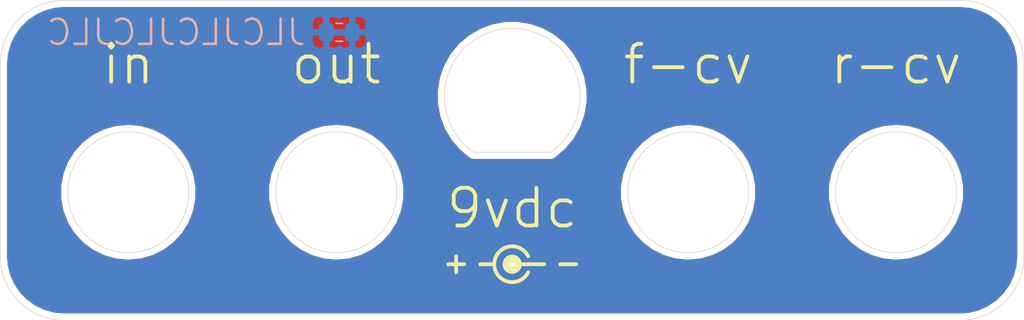
<source format=kicad_pcb>
(kicad_pcb (version 20171130) (host pcbnew 5.1.10-88a1d61d58~88~ubuntu20.04.1)

  (general
    (thickness 1.6)
    (drawings 42)
    (tracks 1)
    (zones 0)
    (modules 2)
    (nets 2)
  )

  (page A4)
  (title_block
    (title "Whooshy sound jack panel")
    (date 2021-06-18)
    (rev 0)
    (comment 1 creativecommons.org/licenses/by/4.0/)
    (comment 2 "License: CC by 4.0")
    (comment 3 "Author: Jordan Aceto")
  )

  (layers
    (0 F.Cu signal hide)
    (31 B.Cu signal hide)
    (32 B.Adhes user)
    (33 F.Adhes user)
    (34 B.Paste user)
    (35 F.Paste user)
    (36 B.SilkS user)
    (37 F.SilkS user)
    (38 B.Mask user)
    (39 F.Mask user)
    (40 Dwgs.User user)
    (41 Cmts.User user)
    (42 Eco1.User user)
    (43 Eco2.User user)
    (44 Edge.Cuts user)
    (45 Margin user)
    (46 B.CrtYd user)
    (47 F.CrtYd user)
    (48 B.Fab user hide)
    (49 F.Fab user hide)
  )

  (setup
    (last_trace_width 0.25)
    (user_trace_width 0.3)
    (user_trace_width 0.4)
    (user_trace_width 0.5)
    (user_trace_width 1)
    (trace_clearance 0.2)
    (zone_clearance 0.508)
    (zone_45_only no)
    (trace_min 0.2)
    (via_size 0.8)
    (via_drill 0.4)
    (via_min_size 0.4)
    (via_min_drill 0.3)
    (user_via 1 0.8)
    (uvia_size 0.3)
    (uvia_drill 0.1)
    (uvias_allowed no)
    (uvia_min_size 0.2)
    (uvia_min_drill 0.1)
    (edge_width 0.05)
    (segment_width 0.2)
    (pcb_text_width 0.3)
    (pcb_text_size 1.5 1.5)
    (mod_edge_width 0.12)
    (mod_text_size 1 1)
    (mod_text_width 0.15)
    (pad_size 1 1)
    (pad_drill 0)
    (pad_to_mask_clearance 0.05)
    (aux_axis_origin 0 0)
    (visible_elements FFFFFF7F)
    (pcbplotparams
      (layerselection 0x010f0_ffffffff)
      (usegerberextensions false)
      (usegerberattributes false)
      (usegerberadvancedattributes false)
      (creategerberjobfile false)
      (excludeedgelayer true)
      (linewidth 0.100000)
      (plotframeref false)
      (viasonmask false)
      (mode 1)
      (useauxorigin false)
      (hpglpennumber 1)
      (hpglpenspeed 20)
      (hpglpendiameter 15.000000)
      (psnegative false)
      (psa4output false)
      (plotreference true)
      (plotvalue true)
      (plotinvisibletext false)
      (padsonsilk false)
      (subtractmaskfromsilk false)
      (outputformat 1)
      (mirror false)
      (drillshape 0)
      (scaleselection 1)
      (outputdirectory "../construction_docs/gerbers/"))
  )

  (net 0 "")
  (net 1 GND)

  (net_class Default "This is the default net class."
    (clearance 0.2)
    (trace_width 0.25)
    (via_dia 0.8)
    (via_drill 0.4)
    (uvia_dia 0.3)
    (uvia_drill 0.1)
    (add_net GND)
  )

  (module TestPoint:TestPoint_Pad_D1.0mm (layer F.Cu) (tedit 5A0F774F) (tstamp 5F22CFC8)
    (at 116.84 56.515)
    (descr "SMD pad as test Point, diameter 1.0mm")
    (tags "test point SMD pad")
    (path /5F22CFE6)
    (attr virtual)
    (fp_text reference TP1 (at 0 -1.448) (layer F.SilkS) hide
      (effects (font (size 1 1) (thickness 0.15)))
    )
    (fp_text value TestPoint (at 0 1.55) (layer F.Fab)
      (effects (font (size 1 1) (thickness 0.15)))
    )
    (fp_circle (center 0 0) (end 1 0) (layer F.CrtYd) (width 0.05))
    (fp_circle (center 0 0) (end 0 0.7) (layer F.SilkS) (width 0.12))
    (fp_text user %R (at 0 -1.45) (layer F.Fab)
      (effects (font (size 1 1) (thickness 0.15)))
    )
    (pad 1 smd circle (at 0 0) (size 1 1) (layers F.Cu F.Mask)
      (net 1 GND))
  )

  (module Resistor_SMD:R_0805_2012Metric_Pad1.15x1.40mm_HandSolder (layer B.Cu) (tedit 5B36C52B) (tstamp 5F2322A3)
    (at 103.115 38.1)
    (descr "Resistor SMD 0805 (2012 Metric), square (rectangular) end terminal, IPC_7351 nominal with elongated pad for handsoldering. (Body size source: https://docs.google.com/spreadsheets/d/1BsfQQcO9C6DZCsRaXUlFlo91Tg2WpOkGARC1WS5S8t0/edit?usp=sharing), generated with kicad-footprint-generator")
    (tags "resistor handsolder")
    (path /5F22CD21)
    (attr smd)
    (fp_text reference R1 (at 0 1.65) (layer B.SilkS) hide
      (effects (font (size 1 1) (thickness 0.15)) (justify mirror))
    )
    (fp_text value R (at 0 -1.65) (layer B.Fab)
      (effects (font (size 1 1) (thickness 0.15)) (justify mirror))
    )
    (fp_line (start -1 -0.6) (end -1 0.6) (layer B.Fab) (width 0.1))
    (fp_line (start -1 0.6) (end 1 0.6) (layer B.Fab) (width 0.1))
    (fp_line (start 1 0.6) (end 1 -0.6) (layer B.Fab) (width 0.1))
    (fp_line (start 1 -0.6) (end -1 -0.6) (layer B.Fab) (width 0.1))
    (fp_line (start -0.261252 0.71) (end 0.261252 0.71) (layer B.SilkS) (width 0.12))
    (fp_line (start -0.261252 -0.71) (end 0.261252 -0.71) (layer B.SilkS) (width 0.12))
    (fp_line (start -1.85 -0.95) (end -1.85 0.95) (layer B.CrtYd) (width 0.05))
    (fp_line (start -1.85 0.95) (end 1.85 0.95) (layer B.CrtYd) (width 0.05))
    (fp_line (start 1.85 0.95) (end 1.85 -0.95) (layer B.CrtYd) (width 0.05))
    (fp_line (start 1.85 -0.95) (end -1.85 -0.95) (layer B.CrtYd) (width 0.05))
    (fp_text user %R (at 0 0) (layer B.Fab)
      (effects (font (size 0.5 0.5) (thickness 0.08)) (justify mirror))
    )
    (pad 2 smd roundrect (at 1.025 0) (size 1.15 1.4) (layers B.Cu B.Paste B.Mask) (roundrect_rratio 0.217391)
      (net 1 GND))
    (pad 1 smd roundrect (at -1.025 0) (size 1.15 1.4) (layers B.Cu B.Paste B.Mask) (roundrect_rratio 0.217391)
      (net 1 GND))
    (model ${KISYS3DMOD}/Resistor_SMD.3dshapes/R_0805_2012Metric.wrl
      (at (xyz 0 0 0))
      (scale (xyz 1 1 1))
      (rotate (xyz 0 0 0))
    )
  )

  (gr_arc (start 116.84 43.18) (end 119.887999 47.624999) (angle -291.1220214) (layer Edge.Cuts) (width 0.05))
  (gr_line (start 119.888 47.625) (end 113.792 47.625) (layer Edge.Cuts) (width 0.05))
  (gr_line (start 112.395 56.515) (end 113.03 56.515) (layer F.SilkS) (width 0.3))
  (gr_line (start 112.395 57.15) (end 112.395 56.515) (layer F.SilkS) (width 0.3) (tstamp 5F20A1B7))
  (gr_line (start 112.395 55.88) (end 112.395 56.515) (layer F.SilkS) (width 0.3) (tstamp 5F20A1B6))
  (gr_line (start 111.76 56.515) (end 112.395 56.515) (layer F.SilkS) (width 0.3))
  (gr_line (start 114.3 56.515) (end 115.4 56.515) (layer F.SilkS) (width 0.3))
  (gr_line (start 120.65 56.515) (end 121.92 56.515) (layer F.SilkS) (width 0.3))
  (gr_line (start 116.84 56.515) (end 119.38 56.515) (layer F.SilkS) (width 0.3))
  (gr_circle (center 116.84 56.515) (end 116.713 56.007) (layer F.SilkS) (width 0.12))
  (gr_circle (center 116.84 56.515) (end 116.9035 56.0705) (layer F.SilkS) (width 0.12))
  (gr_circle (center 116.84 56.515) (end 116.9035 56.134) (layer F.SilkS) (width 0.12))
  (gr_circle (center 116.84 56.515) (end 116.9035 56.1975) (layer F.SilkS) (width 0.12))
  (gr_circle (center 116.84 56.515) (end 116.84 56.261) (layer F.SilkS) (width 0.12))
  (gr_circle (center 116.84 56.515) (end 116.84 56.3245) (layer F.SilkS) (width 0.12))
  (gr_circle (center 116.84 56.515) (end 116.84 56.388) (layer F.SilkS) (width 0.12))
  (gr_circle (center 116.84 56.515) (end 116.84 56.4515) (layer F.SilkS) (width 0.12))
  (gr_arc (start 116.84 56.515) (end 118.109999 55.880001) (angle -306.9) (layer F.SilkS) (width 0.3))
  (gr_circle (center 116.84 56.515) (end 116.84 55.88) (layer F.SilkS) (width 0.12))
  (gr_text 9vdc (at 116.84 52.07) (layer F.SilkS) (tstamp 5F20A1AF)
    (effects (font (size 3 3) (thickness 0.3)))
  )
  (gr_text r-cv (at 147.32 40.64) (layer F.SilkS)
    (effects (font (size 3 3) (thickness 0.3)))
  )
  (gr_text f-cv (at 130.81 40.64) (layer F.SilkS)
    (effects (font (size 3 3) (thickness 0.3)))
  )
  (gr_text out (at 102.87 40.64) (layer F.SilkS) (tstamp 5F20A1A5)
    (effects (font (size 3 3) (thickness 0.3)))
  )
  (gr_text in (at 86.36 40.64) (layer F.SilkS) (tstamp 5F20A1AA)
    (effects (font (size 3 3) (thickness 0.3)))
  )
  (gr_circle (center 116.84 43.18) (end 122.84 43.18) (layer Dwgs.User) (width 0.15))
  (gr_circle (center 130.81 50.8) (end 135.61 50.8) (layer Edge.Cuts) (width 0.05) (tstamp 5F20432F))
  (gr_circle (center 130.81 50.8) (end 138.81 50.8) (layer Dwgs.User) (width 0.15) (tstamp 5F20432E))
  (gr_circle (center 147.32 50.8) (end 152.12 50.8) (layer Edge.Cuts) (width 0.05) (tstamp 5F20432F))
  (gr_circle (center 147.32 50.8) (end 155.32 50.8) (layer Dwgs.User) (width 0.15) (tstamp 5F20432E))
  (gr_circle (center 102.87 50.8) (end 107.67 50.8) (layer Edge.Cuts) (width 0.05) (tstamp 5F20432F))
  (gr_circle (center 102.87 50.8) (end 110.87 50.8) (layer Dwgs.User) (width 0.15) (tstamp 5F20432E))
  (gr_text JLCJLCJLCJLC (at 90.17 38.1) (layer B.SilkS)
    (effects (font (size 2 2) (thickness 0.2)) (justify mirror))
  )
  (gr_circle (center 86.36 50.8) (end 94.36 50.8) (layer Dwgs.User) (width 0.15) (tstamp 5F20212B))
  (gr_circle (center 86.36 50.8) (end 91.16 50.8) (layer Edge.Cuts) (width 0.05) (tstamp 5F20449F))
  (gr_arc (start 152.4 40.64) (end 157.48 40.64) (angle -90) (layer Edge.Cuts) (width 0.05))
  (gr_arc (start 152.4 55.88) (end 152.4 60.96) (angle -90) (layer Edge.Cuts) (width 0.05))
  (gr_arc (start 81.28 55.88) (end 76.2 55.88) (angle -90) (layer Edge.Cuts) (width 0.05))
  (gr_arc (start 81.28 40.64) (end 81.28 35.56) (angle -90) (layer Edge.Cuts) (width 0.05))
  (gr_line (start 152.4 35.56) (end 81.28 35.56) (layer Edge.Cuts) (width 0.05) (tstamp 5F202127))
  (gr_line (start 157.48 55.88) (end 157.48 40.64) (layer Edge.Cuts) (width 0.05))
  (gr_line (start 81.28 60.96) (end 152.4 60.96) (layer Edge.Cuts) (width 0.05))
  (gr_line (start 76.2 40.64) (end 76.2 55.88) (layer Edge.Cuts) (width 0.05))

  (via (at 116.84 56.515) (size 0.8) (drill 0.4) (layers F.Cu B.Cu) (net 1))

  (zone (net 1) (net_name GND) (layer F.Cu) (tstamp 5F22C648) (hatch edge 0.508)
    (connect_pads (clearance 0.508))
    (min_thickness 0.254)
    (fill yes (arc_segments 32) (thermal_gap 0.508) (thermal_bridge_width 0.508))
    (polygon
      (pts
        (xy 160.02 63.5) (xy 73.66 63.5) (xy 73.66 33.02) (xy 160.02 33.02)
      )
    )
    (filled_polygon
      (pts
        (xy 153.182249 36.292437) (xy 153.939774 36.499672) (xy 154.648625 36.837777) (xy 155.286404 37.296067) (xy 155.832946 37.860055)
        (xy 156.270977 38.511913) (xy 156.586651 39.231038) (xy 156.771206 39.999768) (xy 156.820001 40.664221) (xy 156.82 55.850608)
        (xy 156.747563 56.662249) (xy 156.540328 57.419774) (xy 156.202221 58.128627) (xy 155.743928 58.76641) (xy 155.179945 59.312946)
        (xy 154.528085 59.750978) (xy 153.808963 60.066651) (xy 153.040232 60.251206) (xy 152.375792 60.3) (xy 81.309392 60.3)
        (xy 80.497751 60.227563) (xy 79.740226 60.020328) (xy 79.031373 59.682221) (xy 78.39359 59.223928) (xy 77.847054 58.659945)
        (xy 77.409022 58.008085) (xy 77.095194 57.293166) (xy 116.241439 57.293166) (xy 116.27655 57.506588) (xy 116.480826 57.597458)
        (xy 116.698905 57.646731) (xy 116.922406 57.652511) (xy 117.14274 57.614577) (xy 117.35144 57.534387) (xy 117.40345 57.506588)
        (xy 117.438561 57.293166) (xy 116.84 56.694605) (xy 116.241439 57.293166) (xy 77.095194 57.293166) (xy 77.093349 57.288963)
        (xy 76.927322 56.597406) (xy 115.702489 56.597406) (xy 115.740423 56.81774) (xy 115.820613 57.02644) (xy 115.848412 57.07845)
        (xy 116.061834 57.113561) (xy 116.660395 56.515) (xy 117.019605 56.515) (xy 117.618166 57.113561) (xy 117.831588 57.07845)
        (xy 117.922458 56.874174) (xy 117.971731 56.656095) (xy 117.977511 56.432594) (xy 117.939577 56.21226) (xy 117.859387 56.00356)
        (xy 117.831588 55.95155) (xy 117.618166 55.916439) (xy 117.019605 56.515) (xy 116.660395 56.515) (xy 116.061834 55.916439)
        (xy 115.848412 55.95155) (xy 115.757542 56.155826) (xy 115.708269 56.373905) (xy 115.702489 56.597406) (xy 76.927322 56.597406)
        (xy 76.908794 56.520232) (xy 76.86 55.855792) (xy 76.86 50.294369) (xy 80.903377 50.294369) (xy 80.903377 51.305631)
        (xy 81.089195 52.299673) (xy 81.454505 53.242646) (xy 81.986866 54.102438) (xy 82.668148 54.849769) (xy 83.475152 55.45919)
        (xy 84.380396 55.909948) (xy 85.353053 56.186693) (xy 86.36 56.28) (xy 87.366947 56.186693) (xy 88.339604 55.909948)
        (xy 89.244848 55.45919) (xy 90.051852 54.849769) (xy 90.733134 54.102438) (xy 91.265495 53.242646) (xy 91.630805 52.299673)
        (xy 91.816623 51.305631) (xy 91.816623 50.294369) (xy 97.413377 50.294369) (xy 97.413377 51.305631) (xy 97.599195 52.299673)
        (xy 97.964505 53.242646) (xy 98.496866 54.102438) (xy 99.178148 54.849769) (xy 99.985152 55.45919) (xy 100.890396 55.909948)
        (xy 101.863053 56.186693) (xy 102.87 56.28) (xy 103.876947 56.186693) (xy 104.849604 55.909948) (xy 105.197263 55.736834)
        (xy 116.241439 55.736834) (xy 116.84 56.335395) (xy 117.438561 55.736834) (xy 117.40345 55.523412) (xy 117.199174 55.432542)
        (xy 116.981095 55.383269) (xy 116.757594 55.377489) (xy 116.53726 55.415423) (xy 116.32856 55.495613) (xy 116.27655 55.523412)
        (xy 116.241439 55.736834) (xy 105.197263 55.736834) (xy 105.754848 55.45919) (xy 106.561852 54.849769) (xy 107.243134 54.102438)
        (xy 107.775495 53.242646) (xy 108.140805 52.299673) (xy 108.326623 51.305631) (xy 108.326623 50.294369) (xy 125.353377 50.294369)
        (xy 125.353377 51.305631) (xy 125.539195 52.299673) (xy 125.904505 53.242646) (xy 126.436866 54.102438) (xy 127.118148 54.849769)
        (xy 127.925152 55.45919) (xy 128.830396 55.909948) (xy 129.803053 56.186693) (xy 130.81 56.28) (xy 131.816947 56.186693)
        (xy 132.789604 55.909948) (xy 133.694848 55.45919) (xy 134.501852 54.849769) (xy 135.183134 54.102438) (xy 135.715495 53.242646)
        (xy 136.080805 52.299673) (xy 136.266623 51.305631) (xy 136.266623 50.294369) (xy 141.863377 50.294369) (xy 141.863377 51.305631)
        (xy 142.049195 52.299673) (xy 142.414505 53.242646) (xy 142.946866 54.102438) (xy 143.628148 54.849769) (xy 144.435152 55.45919)
        (xy 145.340396 55.909948) (xy 146.313053 56.186693) (xy 147.32 56.28) (xy 148.326947 56.186693) (xy 149.299604 55.909948)
        (xy 150.204848 55.45919) (xy 151.011852 54.849769) (xy 151.693134 54.102438) (xy 152.225495 53.242646) (xy 152.590805 52.299673)
        (xy 152.776623 51.305631) (xy 152.776623 50.294369) (xy 152.590805 49.300327) (xy 152.225495 48.357354) (xy 151.693134 47.497562)
        (xy 151.011852 46.750231) (xy 150.204848 46.14081) (xy 149.299604 45.690052) (xy 148.326947 45.413307) (xy 147.32 45.32)
        (xy 146.313053 45.413307) (xy 145.340396 45.690052) (xy 144.435152 46.14081) (xy 143.628148 46.750231) (xy 142.946866 47.497562)
        (xy 142.414505 48.357354) (xy 142.049195 49.300327) (xy 141.863377 50.294369) (xy 136.266623 50.294369) (xy 136.080805 49.300327)
        (xy 135.715495 48.357354) (xy 135.183134 47.497562) (xy 134.501852 46.750231) (xy 133.694848 46.14081) (xy 132.789604 45.690052)
        (xy 131.816947 45.413307) (xy 130.81 45.32) (xy 129.803053 45.413307) (xy 128.830396 45.690052) (xy 127.925152 46.14081)
        (xy 127.118148 46.750231) (xy 126.436866 47.497562) (xy 125.904505 48.357354) (xy 125.539195 49.300327) (xy 125.353377 50.294369)
        (xy 108.326623 50.294369) (xy 108.140805 49.300327) (xy 107.775495 48.357354) (xy 107.243134 47.497562) (xy 106.561852 46.750231)
        (xy 105.754848 46.14081) (xy 104.849604 45.690052) (xy 103.876947 45.413307) (xy 102.87 45.32) (xy 101.863053 45.413307)
        (xy 100.890396 45.690052) (xy 99.985152 46.14081) (xy 99.178148 46.750231) (xy 98.496866 47.497562) (xy 97.964505 48.357354)
        (xy 97.599195 49.300327) (xy 97.413377 50.294369) (xy 91.816623 50.294369) (xy 91.630805 49.300327) (xy 91.265495 48.357354)
        (xy 90.733134 47.497562) (xy 90.051852 46.750231) (xy 89.244848 46.14081) (xy 88.339604 45.690052) (xy 87.366947 45.413307)
        (xy 86.36 45.32) (xy 85.353053 45.413307) (xy 84.380396 45.690052) (xy 83.475152 46.14081) (xy 82.668148 46.750231)
        (xy 81.986866 47.497562) (xy 81.454505 48.357354) (xy 81.089195 49.300327) (xy 80.903377 50.294369) (xy 76.86 50.294369)
        (xy 76.86 42.769317) (xy 110.80655 42.769317) (xy 110.815749 43.70875) (xy 110.826897 43.823255) (xy 110.999087 44.746818)
        (xy 111.02995 44.857646) (xy 111.359899 45.737278) (xy 111.409538 45.841064) (xy 111.887221 46.650037) (xy 111.938499 46.721764)
        (xy 111.954128 46.743626) (xy 112.56503 47.45736) (xy 112.647172 47.537909) (xy 113.322814 48.093658) (xy 113.323052 48.093948)
        (xy 113.42355 48.176425) (xy 113.538207 48.23771) (xy 113.662617 48.27545) (xy 113.759581 48.285) (xy 119.920419 48.285)
        (xy 120.017383 48.27545) (xy 120.141793 48.23771) (xy 120.25645 48.176425) (xy 120.287219 48.151173) (xy 120.353017 48.105101)
        (xy 120.377562 48.084505) (xy 120.403626 48.065872) (xy 121.11736 47.45497) (xy 121.197909 47.372828) (xy 121.794718 46.647268)
        (xy 121.85978 46.552387) (xy 122.32153 45.734214) (xy 122.347497 45.677074) (xy 122.369127 45.629477) (xy 122.681788 44.743553)
        (xy 122.710474 44.632141) (xy 122.864546 43.705383) (xy 122.87345 43.590682) (xy 122.864251 42.65125) (xy 122.853103 42.536745)
        (xy 122.853102 42.536743) (xy 122.680913 41.613182) (xy 122.65005 41.502354) (xy 122.320101 40.622722) (xy 122.270462 40.518936)
        (xy 121.792779 39.709963) (xy 121.725872 39.616374) (xy 121.11497 38.90264) (xy 121.032828 38.822091) (xy 120.307268 38.225282)
        (xy 120.212386 38.16022) (xy 120.212382 38.160218) (xy 119.394215 37.69847) (xy 119.289477 37.650873) (xy 119.289467 37.65087)
        (xy 118.403553 37.338212) (xy 118.310706 37.314306) (xy 118.292142 37.309526) (xy 117.365383 37.155454) (xy 117.250683 37.14655)
        (xy 116.31125 37.155749) (xy 116.196745 37.166897) (xy 116.196743 37.166898) (xy 115.273182 37.339087) (xy 115.178226 37.36553)
        (xy 115.162354 37.36995) (xy 114.282722 37.699899) (xy 114.178936 37.749538) (xy 113.369963 38.227221) (xy 113.276374 38.294128)
        (xy 112.562642 38.905028) (xy 112.562641 38.905029) (xy 112.482091 38.987172) (xy 111.885282 39.712732) (xy 111.820221 39.807613)
        (xy 111.35847 40.625785) (xy 111.310873 40.730523) (xy 111.31087 40.730533) (xy 110.998212 41.616447) (xy 110.9754 41.705046)
        (xy 110.969526 41.727858) (xy 110.815454 42.654617) (xy 110.80655 42.769317) (xy 76.86 42.769317) (xy 76.86 40.669392)
        (xy 76.932437 39.857751) (xy 77.139672 39.100226) (xy 77.477777 38.391375) (xy 77.936067 37.753596) (xy 78.500055 37.207054)
        (xy 79.151913 36.769023) (xy 79.871038 36.453349) (xy 80.639768 36.268794) (xy 81.304207 36.22) (xy 152.370608 36.22)
      )
    )
  )
  (zone (net 1) (net_name GND) (layer B.Cu) (tstamp 0) (hatch edge 0.508)
    (connect_pads (clearance 0.508))
    (min_thickness 0.254)
    (fill yes (arc_segments 32) (thermal_gap 0.508) (thermal_bridge_width 0.508))
    (polygon
      (pts
        (xy 162.56 66.04) (xy 71.12 66.04) (xy 71.12 30.48) (xy 162.56 30.48)
      )
    )
    (filled_polygon
      (pts
        (xy 153.182249 36.292437) (xy 153.939774 36.499672) (xy 154.648625 36.837777) (xy 155.286404 37.296067) (xy 155.832946 37.860055)
        (xy 156.270977 38.511913) (xy 156.586651 39.231038) (xy 156.771206 39.999768) (xy 156.820001 40.664221) (xy 156.82 55.850608)
        (xy 156.747563 56.662249) (xy 156.540328 57.419774) (xy 156.202221 58.128627) (xy 155.743928 58.76641) (xy 155.179945 59.312946)
        (xy 154.528085 59.750978) (xy 153.808963 60.066651) (xy 153.040232 60.251206) (xy 152.375792 60.3) (xy 81.309392 60.3)
        (xy 80.497751 60.227563) (xy 79.740226 60.020328) (xy 79.031373 59.682221) (xy 78.39359 59.223928) (xy 77.847054 58.659945)
        (xy 77.409022 58.008085) (xy 77.093349 57.288963) (xy 76.908794 56.520232) (xy 76.86 55.855792) (xy 76.86 50.294369)
        (xy 80.903377 50.294369) (xy 80.903377 51.305631) (xy 81.089195 52.299673) (xy 81.454505 53.242646) (xy 81.986866 54.102438)
        (xy 82.668148 54.849769) (xy 83.475152 55.45919) (xy 84.380396 55.909948) (xy 85.353053 56.186693) (xy 86.36 56.28)
        (xy 87.366947 56.186693) (xy 88.339604 55.909948) (xy 89.244848 55.45919) (xy 90.051852 54.849769) (xy 90.733134 54.102438)
        (xy 91.265495 53.242646) (xy 91.630805 52.299673) (xy 91.816623 51.305631) (xy 91.816623 50.294369) (xy 97.413377 50.294369)
        (xy 97.413377 51.305631) (xy 97.599195 52.299673) (xy 97.964505 53.242646) (xy 98.496866 54.102438) (xy 99.178148 54.849769)
        (xy 99.985152 55.45919) (xy 100.890396 55.909948) (xy 101.863053 56.186693) (xy 102.87 56.28) (xy 103.876947 56.186693)
        (xy 104.849604 55.909948) (xy 105.754848 55.45919) (xy 106.561852 54.849769) (xy 107.243134 54.102438) (xy 107.775495 53.242646)
        (xy 108.140805 52.299673) (xy 108.326623 51.305631) (xy 108.326623 50.294369) (xy 125.353377 50.294369) (xy 125.353377 51.305631)
        (xy 125.539195 52.299673) (xy 125.904505 53.242646) (xy 126.436866 54.102438) (xy 127.118148 54.849769) (xy 127.925152 55.45919)
        (xy 128.830396 55.909948) (xy 129.803053 56.186693) (xy 130.81 56.28) (xy 131.816947 56.186693) (xy 132.789604 55.909948)
        (xy 133.694848 55.45919) (xy 134.501852 54.849769) (xy 135.183134 54.102438) (xy 135.715495 53.242646) (xy 136.080805 52.299673)
        (xy 136.266623 51.305631) (xy 136.266623 50.294369) (xy 141.863377 50.294369) (xy 141.863377 51.305631) (xy 142.049195 52.299673)
        (xy 142.414505 53.242646) (xy 142.946866 54.102438) (xy 143.628148 54.849769) (xy 144.435152 55.45919) (xy 145.340396 55.909948)
        (xy 146.313053 56.186693) (xy 147.32 56.28) (xy 148.326947 56.186693) (xy 149.299604 55.909948) (xy 150.204848 55.45919)
        (xy 151.011852 54.849769) (xy 151.693134 54.102438) (xy 152.225495 53.242646) (xy 152.590805 52.299673) (xy 152.776623 51.305631)
        (xy 152.776623 50.294369) (xy 152.590805 49.300327) (xy 152.225495 48.357354) (xy 151.693134 47.497562) (xy 151.011852 46.750231)
        (xy 150.204848 46.14081) (xy 149.299604 45.690052) (xy 148.326947 45.413307) (xy 147.32 45.32) (xy 146.313053 45.413307)
        (xy 145.340396 45.690052) (xy 144.435152 46.14081) (xy 143.628148 46.750231) (xy 142.946866 47.497562) (xy 142.414505 48.357354)
        (xy 142.049195 49.300327) (xy 141.863377 50.294369) (xy 136.266623 50.294369) (xy 136.080805 49.300327) (xy 135.715495 48.357354)
        (xy 135.183134 47.497562) (xy 134.501852 46.750231) (xy 133.694848 46.14081) (xy 132.789604 45.690052) (xy 131.816947 45.413307)
        (xy 130.81 45.32) (xy 129.803053 45.413307) (xy 128.830396 45.690052) (xy 127.925152 46.14081) (xy 127.118148 46.750231)
        (xy 126.436866 47.497562) (xy 125.904505 48.357354) (xy 125.539195 49.300327) (xy 125.353377 50.294369) (xy 108.326623 50.294369)
        (xy 108.140805 49.300327) (xy 107.775495 48.357354) (xy 107.243134 47.497562) (xy 106.561852 46.750231) (xy 105.754848 46.14081)
        (xy 104.849604 45.690052) (xy 103.876947 45.413307) (xy 102.87 45.32) (xy 101.863053 45.413307) (xy 100.890396 45.690052)
        (xy 99.985152 46.14081) (xy 99.178148 46.750231) (xy 98.496866 47.497562) (xy 97.964505 48.357354) (xy 97.599195 49.300327)
        (xy 97.413377 50.294369) (xy 91.816623 50.294369) (xy 91.630805 49.300327) (xy 91.265495 48.357354) (xy 90.733134 47.497562)
        (xy 90.051852 46.750231) (xy 89.244848 46.14081) (xy 88.339604 45.690052) (xy 87.366947 45.413307) (xy 86.36 45.32)
        (xy 85.353053 45.413307) (xy 84.380396 45.690052) (xy 83.475152 46.14081) (xy 82.668148 46.750231) (xy 81.986866 47.497562)
        (xy 81.454505 48.357354) (xy 81.089195 49.300327) (xy 80.903377 50.294369) (xy 76.86 50.294369) (xy 76.86 42.769317)
        (xy 110.80655 42.769317) (xy 110.815749 43.70875) (xy 110.826897 43.823255) (xy 110.999087 44.746818) (xy 111.02995 44.857646)
        (xy 111.359899 45.737278) (xy 111.409538 45.841064) (xy 111.887221 46.650037) (xy 111.938499 46.721764) (xy 111.954128 46.743626)
        (xy 112.56503 47.45736) (xy 112.647172 47.537909) (xy 113.322814 48.093658) (xy 113.323052 48.093948) (xy 113.42355 48.176425)
        (xy 113.538207 48.23771) (xy 113.662617 48.27545) (xy 113.759581 48.285) (xy 119.920419 48.285) (xy 120.017383 48.27545)
        (xy 120.141793 48.23771) (xy 120.25645 48.176425) (xy 120.287219 48.151173) (xy 120.353017 48.105101) (xy 120.377562 48.084505)
        (xy 120.403626 48.065872) (xy 121.11736 47.45497) (xy 121.197909 47.372828) (xy 121.794718 46.647268) (xy 121.85978 46.552387)
        (xy 122.32153 45.734214) (xy 122.347497 45.677074) (xy 122.369127 45.629477) (xy 122.681788 44.743553) (xy 122.710474 44.632141)
        (xy 122.864546 43.705383) (xy 122.87345 43.590682) (xy 122.864251 42.65125) (xy 122.853103 42.536745) (xy 122.853102 42.536743)
        (xy 122.680913 41.613182) (xy 122.65005 41.502354) (xy 122.320101 40.622722) (xy 122.270462 40.518936) (xy 121.792779 39.709963)
        (xy 121.725872 39.616374) (xy 121.11497 38.90264) (xy 121.032828 38.822091) (xy 120.307268 38.225282) (xy 120.212386 38.16022)
        (xy 120.212382 38.160218) (xy 119.394215 37.69847) (xy 119.289477 37.650873) (xy 119.289467 37.65087) (xy 118.403553 37.338212)
        (xy 118.310706 37.314306) (xy 118.292142 37.309526) (xy 117.365383 37.155454) (xy 117.250683 37.14655) (xy 116.31125 37.155749)
        (xy 116.196745 37.166897) (xy 116.196743 37.166898) (xy 115.273182 37.339087) (xy 115.178226 37.36553) (xy 115.162354 37.36995)
        (xy 114.282722 37.699899) (xy 114.178936 37.749538) (xy 113.369963 38.227221) (xy 113.276374 38.294128) (xy 112.562642 38.905028)
        (xy 112.562641 38.905029) (xy 112.482091 38.987172) (xy 111.885282 39.712732) (xy 111.820221 39.807613) (xy 111.35847 40.625785)
        (xy 111.310873 40.730523) (xy 111.31087 40.730533) (xy 110.998212 41.616447) (xy 110.9754 41.705046) (xy 110.969526 41.727858)
        (xy 110.815454 42.654617) (xy 110.80655 42.769317) (xy 76.86 42.769317) (xy 76.86 40.669392) (xy 76.932437 39.857751)
        (xy 77.139672 39.100226) (xy 77.282872 38.8) (xy 100.876928 38.8) (xy 100.889188 38.924482) (xy 100.925498 39.04418)
        (xy 100.984463 39.154494) (xy 101.063815 39.251185) (xy 101.160506 39.330537) (xy 101.27082 39.389502) (xy 101.390518 39.425812)
        (xy 101.515 39.438072) (xy 101.80425 39.435) (xy 101.963 39.27625) (xy 101.963 38.227) (xy 102.217 38.227)
        (xy 102.217 39.27625) (xy 102.37575 39.435) (xy 102.665 39.438072) (xy 102.789482 39.425812) (xy 102.90918 39.389502)
        (xy 103.019494 39.330537) (xy 103.115 39.252158) (xy 103.210506 39.330537) (xy 103.32082 39.389502) (xy 103.440518 39.425812)
        (xy 103.565 39.438072) (xy 103.85425 39.435) (xy 104.013 39.27625) (xy 104.013 38.227) (xy 104.267 38.227)
        (xy 104.267 39.27625) (xy 104.42575 39.435) (xy 104.715 39.438072) (xy 104.839482 39.425812) (xy 104.95918 39.389502)
        (xy 105.069494 39.330537) (xy 105.166185 39.251185) (xy 105.245537 39.154494) (xy 105.304502 39.04418) (xy 105.340812 38.924482)
        (xy 105.353072 38.8) (xy 105.35 38.38575) (xy 105.19125 38.227) (xy 104.267 38.227) (xy 104.013 38.227)
        (xy 102.217 38.227) (xy 101.963 38.227) (xy 101.03875 38.227) (xy 100.88 38.38575) (xy 100.876928 38.8)
        (xy 77.282872 38.8) (xy 77.477777 38.391375) (xy 77.936067 37.753596) (xy 78.30095 37.4) (xy 100.876928 37.4)
        (xy 100.88 37.81425) (xy 101.03875 37.973) (xy 101.963 37.973) (xy 101.963 36.92375) (xy 102.217 36.92375)
        (xy 102.217 37.973) (xy 104.013 37.973) (xy 104.013 36.92375) (xy 104.267 36.92375) (xy 104.267 37.973)
        (xy 105.19125 37.973) (xy 105.35 37.81425) (xy 105.353072 37.4) (xy 105.340812 37.275518) (xy 105.304502 37.15582)
        (xy 105.245537 37.045506) (xy 105.166185 36.948815) (xy 105.069494 36.869463) (xy 104.95918 36.810498) (xy 104.839482 36.774188)
        (xy 104.715 36.761928) (xy 104.42575 36.765) (xy 104.267 36.92375) (xy 104.013 36.92375) (xy 103.85425 36.765)
        (xy 103.565 36.761928) (xy 103.440518 36.774188) (xy 103.32082 36.810498) (xy 103.210506 36.869463) (xy 103.115 36.947842)
        (xy 103.019494 36.869463) (xy 102.90918 36.810498) (xy 102.789482 36.774188) (xy 102.665 36.761928) (xy 102.37575 36.765)
        (xy 102.217 36.92375) (xy 101.963 36.92375) (xy 101.80425 36.765) (xy 101.515 36.761928) (xy 101.390518 36.774188)
        (xy 101.27082 36.810498) (xy 101.160506 36.869463) (xy 101.063815 36.948815) (xy 100.984463 37.045506) (xy 100.925498 37.15582)
        (xy 100.889188 37.275518) (xy 100.876928 37.4) (xy 78.30095 37.4) (xy 78.500055 37.207054) (xy 79.151913 36.769023)
        (xy 79.871038 36.453349) (xy 80.639768 36.268794) (xy 81.304207 36.22) (xy 152.370608 36.22)
      )
    )
  )
)

</source>
